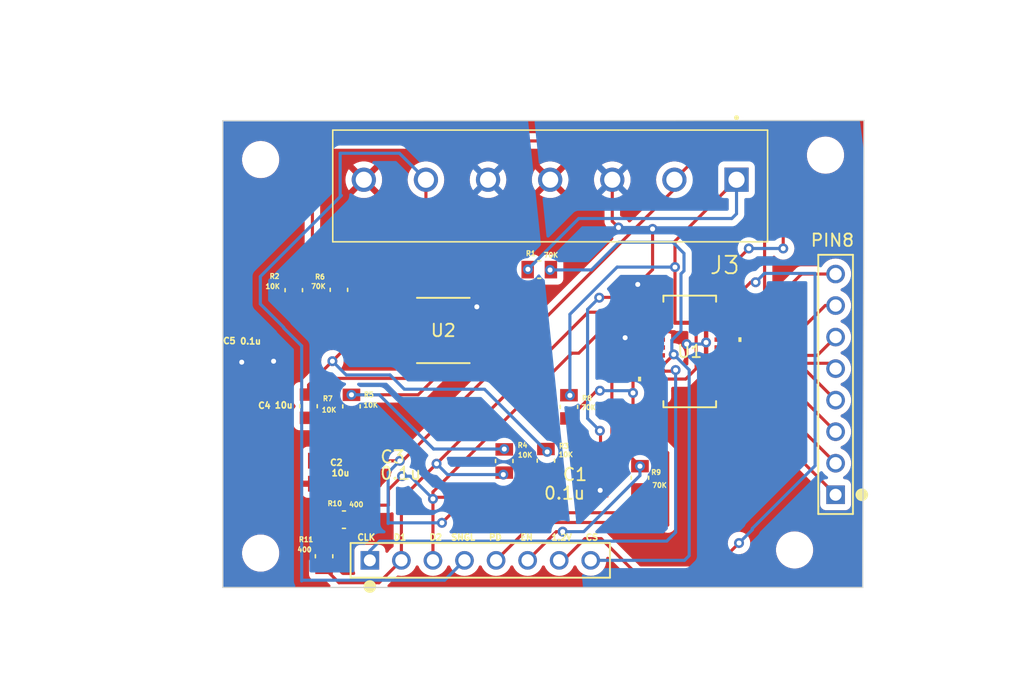
<source format=kicad_pcb>
(kicad_pcb (version 20221018) (generator pcbnew)
  (layers (0 "F.Cu" signal) (31 "B.Cu" signal) (34 "B.Paste" user) (35 "F.Paste" user) (36 "B.SilkS" user "B.Silkscreen") (37 "F.SilkS" user "F.Silkscreen") (38 "B.Mask" user) (39 "F.Mask" user) (44 "Edge.Cuts" user))
  (net 0 "")
  (net 1 "Net-(U1-CREF)")
  (net 2 "/3V3")
  (net 3 "GND")
  (net 4 "Net-(J1-Pin_1)")
  (net 5 "Net-(J1-Pin_2)")
  (net 6 "Net-(J1-Pin_3)")
  (net 7 "Net-(J1-Pin_4)")
  (net 8 "Net-(J1-Pin_5)")
  (net 9 "Net-(J1-Pin_6)")
  (net 10 "Net-(J1-Pin_7)")
  (net 11 "Net-(J1-Pin_8)")
  (net 12 "/CLK")
  (net 13 "/DAC_Vout1")
  (net 14 "/DAC_Vout2")
  (net 15 "SNGL_OUT")
  (net 16 "/PD")
  (net 17 "/DACEN")
  (net 18 "/1.2V_REF")
  (net 19 "/CHIP_SELECT_N")
  (net 20 "/DGND")
  (net 21 "/D3V3")
  (net 22 "/5V")
  (net 23 "Net-(U1-REFR)")
  (net 24 "Net-(U2--1)")
  (net 25 "Net-(U2--2)")
  (net 26 "Net-(U2-OUT2)")
  (footprint "MountingHole:MountingHole_2.5mm" (layer "F.Cu") (at 169.4434 73.6854)
    (fp_text reference "H1" hide)
    (fp_text value "MountingHole" hide)
    (pad "" np_thru_hole circle (at 0 0) (size 2.5 2.5) (drill 2.5) (layers "*.Cu" "*.Mask"))
  )
  (footprint "Footprints:Cap0805" (layer "F.Cu") (at 122.4534 91.2114 -90)
    (fp_text reference "C5" (at -2.5654 0.9906 unlocked) (layer "F.SilkS") (effects (font (size 0.5 0.5) (thickness 0.125))))
    (fp_text value "0.1u" (at -2.54 -0.7112 unlocked) (layer "F.SilkS") (effects (font (size 0.5 0.5) (thickness 0.125))))
    (pad "1" smd rect (at -0.9271 0 270) (size 1.27 1.27) (layers "F.Cu" "F.Paste" "F.Mask") (net 22 "/5V"))
    (pad "2" smd rect (at 0.9271 0 270) (size 1.27 1.27) (layers "F.Cu" "F.Paste" "F.Mask") (net 3 "GND"))
    (zone (net 0) (net_name "") (layer "F.Cu") (connect_pads (clearance 0)) (min_thickness 0.254)
      (keepout (tracks not_allowed) (vias not_allowed) (pads allowed) (copperpour not_allowed) (footprints allowed))
      (fill (thermal_gap 0.508) (thermal_bridge_width 0.508))
      (polygon (pts (xy 123.0122 90.9701) (xy 123.0122 91.4527) (xy 121.8946 91.4527) (xy 121.8946 90.9701)))
    )
  )
  (footprint "Footprints:21-0055H_24-M" (layer "F.Cu") (at 158.51505 89.4969)
    (fp_text reference "U1" (at 0 0 unlocked) (layer "F.SilkS"))
    (fp_text value "MAX5187BEEG+")
    (fp_line (start -2.1209 -4.4958) (end -2.1209 -4.00304) (stroke (width 0.1524)) (layer "F.SilkS"))
    (fp_line (start -2.1209 4.00304) (end -2.1209 4.4958) (stroke (width 0.1524)) (layer "F.SilkS"))
    (fp_line (start -2.1209 4.4958) (end 2.1209 4.4958) (stroke (width 0.1524)) (layer "F.SilkS"))
    (fp_line (start 2.1209 -4.4958) (end -2.1209 -4.4958) (stroke (width 0.1524)) (layer "F.SilkS"))
    (fp_line (start 2.1209 -4.00304) (end 2.1209 -4.4958) (stroke (width 0.1524)) (layer "F.SilkS"))
    (fp_line (start 2.1209 4.4958) (end 2.1209 4.00304) (stroke (width 0.1524)) (layer "F.SilkS"))
    (fp_poly (pts (xy -4.1656 2.032) (xy -4.1656 2.413) (xy -3.9116 2.413) (xy -3.9116 2.032)) (fill solid) (layer "F.SilkS"))
    (fp_poly (pts (xy 4.1656 -1.143) (xy 4.1656 -0.762) (xy 3.9116 -0.762) (xy 3.9116 -1.143)) (fill solid) (layer "F.SilkS"))
    (pad "1" smd rect (at -2.82575 -3.4925) (size 1.6637 0.3556) (layers "F.Cu" "F.Paste" "F.Mask") (net 1 "Net-(U1-CREF)"))
    (pad "2" smd rect (at -2.82575 -2.8575) (size 1.6637 0.3556) (layers "F.Cu" "F.Paste" "F.Mask") (net 13 "/DAC_Vout1"))
    (pad "3" smd rect (at -2.82575 -2.2225) (size 1.6637 0.3556) (layers "F.Cu" "F.Paste" "F.Mask") (net 14 "/DAC_Vout2"))
    (pad "4" smd rect (at -2.82575 -1.5875) (size 1.6637 0.3556) (layers "F.Cu" "F.Paste" "F.Mask") (net 3 "GND"))
    (pad "5" smd rect (at -2.82575 -0.9525) (size 1.6637 0.3556) (layers "F.Cu" "F.Paste" "F.Mask") (net 2 "/3V3"))
    (pad "6" smd rect (at -2.82575 -0.3175) (size 1.6637 0.3556) (layers "F.Cu" "F.Paste" "F.Mask") (net 17 "/DACEN"))
    (pad "7" smd rect (at -2.82575 0.3175) (size 1.6637 0.3556) (layers "F.Cu" "F.Paste" "F.Mask") (net 16 "/PD"))
    (pad "8" smd rect (at -2.82575 0.9525) (size 1.6637 0.3556) (layers "F.Cu" "F.Paste" "F.Mask") (net 19 "/CHIP_SELECT_N"))
    (pad "9" smd rect (at -2.82575 1.5875) (size 1.6637 0.3556) (layers "F.Cu" "F.Paste" "F.Mask") (net 12 "/CLK"))
    (pad "10" smd rect (at -2.82575 2.2225) (size 1.6637 0.3556) (layers "F.Cu" "F.Paste" "F.Mask") (net 20 "/DGND"))
    (pad "11" smd rect (at -2.82575 2.8575) (size 1.6637 0.3556) (layers "F.Cu" "F.Paste" "F.Mask") (net 20 "/DGND"))
    (pad "12" smd rect (at -2.82575 3.4925) (size 1.6637 0.3556) (layers "F.Cu" "F.Paste" "F.Mask") (net 20 "/DGND"))
    (pad "13" smd rect (at 2.82575 3.4925) (size 1.6637 0.3556) (layers "F.Cu" "F.Paste" "F.Mask") (net 4 "Net-(J1-Pin_1)"))
    (pad "14" smd rect (at 2.82575 2.8575) (size 1.6637 0.3556) (layers "F.Cu" "F.Paste" "F.Mask") (net 5 "Net-(J1-Pin_2)"))
    (pad "15" smd rect (at 2.82575 2.2225) (size 1.6637 0.3556) (layers "F.Cu" "F.Paste" "F.Mask") (net 6 "Net-(J1-Pin_3)"))
    (pad "16" smd rect (at 2.82575 1.5875) (size 1.6637 0.3556) (layers "F.Cu" "F.Paste" "F.Mask") (net 7 "Net-(J1-Pin_4)"))
    (pad "17" smd rect (at 2.82575 0.9525) (size 1.6637 0.3556) (layers "F.Cu" "F.Paste" "F.Mask") (net 8 "Net-(J1-Pin_5)"))
    (pad "18" smd rect (at 2.82575 0.3175) (size 1.6637 0.3556) (layers "F.Cu" "F.Paste" "F.Mask") (net 9 "Net-(J1-Pin_6)"))
    (pad "19" smd rect (at 2.82575 -0.3175) (size 1.6637 0.3556) (layers "F.Cu" "F.Paste" "F.Mask") (net 10 "Net-(J1-Pin_7)"))
    (pad "20" smd rect (at 2.82575 -0.9525) (size 1.6637 0.3556) (layers "F.Cu" "F.Paste" "F.Mask") (net 11 "Net-(J1-Pin_8)"))
    (pad "21" smd rect (at 2.82575 -1.5875) (size 1.6637 0.3556) (layers "F.Cu" "F.Paste" "F.Mask") (net 21 "/D3V3"))
    (pad "22" smd rect (at 2.82575 -2.2225) (size 1.6637 0.3556) (layers "F.Cu" "F.Paste" "F.Mask") (net 20 "/DGND"))
    (pad "23" smd rect (at 2.82575 -2.8575) (size 1.6637 0.3556) (layers "F.Cu" "F.Paste" "F.Mask") (net 23 "Net-(U1-REFR)"))
    (pad "24" smd rect (at 2.82575 -3.4925) (size 1.6637 0.3556) (layers "F.Cu" "F.Paste" "F.Mask") (net 18 "/1.2V_REF"))
  )
  (footprint "Footprints:RESC2012X60N" (layer "F.Cu") (at 148.7932 93.9594 90)
    (fp_text reference "R8" (at 0.6906 1.4478 180) (layer "F.SilkS") (effects (font (size 0.393701 0.393701))))
    (fp_text value "70K" (at -0.046 1.5748 180) (layer "F.SilkS") (effects (font (size 0.393701 0.393701) (thickness 0.098425))))
    (fp_line (start -0.12 -0.7) (end 0.12 -0.7) (stroke (width 0.127)) (layer "F.SilkS"))
    (fp_line (start -0.12 0.7) (end 0.12 0.7) (stroke (width 0.127)) (layer "F.SilkS"))
    (pad "1" smd rect (at -0.935 0 90) (size 1 1.42) (layers "F.Cu" "F.Paste" "F.Mask") (net 16 "/PD"))
    (pad "2" smd rect (at 0.935 0 90) (size 1 1.42) (layers "F.Cu" "F.Paste" "F.Mask") (net 20 "/DGND"))
  )
  (footprint "MountingHole:MountingHole_2.5mm" (layer "F.Cu") (at 123.9774 74.041)
    (fp_text reference "H2" hide)
    (fp_text value "MountingHole" hide)
    (pad "" np_thru_hole circle (at 0 0) (size 2.5 2.5) (drill 2.5) (layers "*.Cu" "*.Mask"))
  )
  (footprint "MountingHole:MountingHole_2.5mm" (layer "F.Cu") (at 123.9774 105.7402)
    (fp_text reference "H4" hide)
    (fp_text value "MountingHole" hide)
    (pad "" np_thru_hole circle (at 0 0) (size 2.5 2.5) (drill 2.5) (layers "*.Cu" "*.Mask"))
  )
  (footprint "Footprints:RESC2012X60N" (layer "F.Cu") (at 126.6444 84.5614 90)
    (fp_text reference "R2" (at 1.1176 -1.5494 180) (layer "F.SilkS") (effects (font (size 0.393701 0.393701))))
    (fp_text value "10K" (at 0.3048 -1.7018 180) (layer "F.SilkS") (effects (font (size 0.393701 0.393701) (thickness 0.098425))))
    (fp_line (start -0.12 -0.7) (end 0.12 -0.7) (stroke (width 0.127)) (layer "F.SilkS"))
    (fp_line (start -0.12 0.7) (end 0.12 0.7) (stroke (width 0.127)) (layer "F.SilkS"))
    (pad "1" smd rect (at -0.935 0 90) (size 1 1.42) (layers "F.Cu" "F.Paste" "F.Mask") (net 3 "GND"))
    (pad "2" smd rect (at 0.935 0 90) (size 1 1.42) (layers "F.Cu" "F.Paste" "F.Mask") (net 23 "Net-(U1-REFR)"))
  )
  (footprint "Footprints:Cap0805" (layer "F.Cu") (at 125.0442 91.2114 -90)
    (fp_text reference "C4" (at 2.6416 0.762 unlocked) (layer "F.SilkS") (effects (font (size 0.5 0.5) (thickness 0.125))))
    (fp_text value "10u" (at 2.6162 -0.7874 unlocked) (layer "F.SilkS") (effects (font (size 0.5 0.5) (thickness 0.125))))
    (pad "1" smd rect (at -0.9271 0 270) (size 1.27 1.27) (layers "F.Cu" "F.Paste" "F.Mask") (net 22 "/5V"))
    (pad "2" smd rect (at 0.9271 0 270) (size 1.27 1.27) (layers "F.Cu" "F.Paste" "F.Mask") (net 3 "GND"))
    (zone (net 0) (net_name "") (layer "F.Cu") (connect_pads (clearance 0)) (min_thickness 0.254)
      (keepout (tracks not_allowed) (vias not_allowed) (pads allowed) (copperpour not_allowed) (footprints allowed))
      (fill (thermal_gap 0.508) (thermal_bridge_width 0.508))
      (polygon (pts (xy 125.603 90.9701) (xy 125.603 91.4527) (xy 124.4854 91.4527) (xy 124.4854 90.9701)))
    )
  )
  (footprint "Footprints:Cap0805" (layer "F.Cu") (at 151.3332 99.695 -90)
    (fp_text reference "C1" (at -0.2794 2.0574 unlocked) (layer "F.SilkS"))
    (fp_text value "0.1u" (at 1.2192 2.8956 unlocked) (layer "F.SilkS"))
    (pad "1" smd rect (at -0.9271 0 270) (size 1.27 1.27) (layers "F.Cu" "F.Paste" "F.Mask") (net 1 "Net-(U1-CREF)"))
    (pad "2" smd rect (at 0.9271 0 270) (size 1.27 1.27) (layers "F.Cu" "F.Paste" "F.Mask") (net 2 "/3V3"))
    (zone (net 0) (net_name "") (layer "F.Cu") (connect_pads (clearance 0)) (min_thickness 0.254)
      (keepout (tracks not_allowed) (vias not_allowed) (pads allowed) (copperpour not_allowed) (footprints allowed))
      (fill (thermal_gap 0.508) (thermal_bridge_width 0.508))
      (polygon (pts (xy 151.892 99.4537) (xy 151.892 99.9363) (xy 150.7744 99.9363) (xy 150.7744 99.4537)))
    )
  )
  (footprint "Footprints:RESC2012X60N" (layer "F.Cu") (at 129.0828 105.9942 -90)
    (fp_text reference "R11" (at -1.3462 1.4478 180) (layer "F.SilkS") (effects (font (size 0.393701 0.393701) (thickness 0.098425))))
    (fp_text value "400" (at -0.5334 1.5748 180) (layer "F.SilkS") (effects (font (size 0.393701 0.393701) (thickness 0.098425))))
    (fp_line (start -0.12 -0.7) (end 0.12 -0.7) (stroke (width 0.127)) (layer "F.SilkS"))
    (fp_line (start -0.12 0.7) (end 0.12 0.7) (stroke (width 0.127)) (layer "F.SilkS"))
    (pad "1" smd rect (at -0.935 0 270) (size 1 1.42) (layers "F.Cu" "F.Paste" "F.Mask") (net 3 "GND"))
    (pad "2" smd rect (at 0.935 0 270) (size 1 1.42) (layers "F.Cu" "F.Paste" "F.Mask") (net 13 "/DAC_Vout1"))
  )
  (footprint "Footprints:RESC2012X60N" (layer "F.Cu") (at 131.28625 93.9244 -90)
    (fp_text reference "R5" (at -0.9446 -1.397 -180) (layer "F.SilkS") (effects (font (size 0.393701 0.393701))))
    (fp_text value "10K" (at -0.1064 -1.5494 -180) (layer "F.SilkS") (effects (font (size 0.393701 0.393701) (thickness 0.098425))))
    (fp_line (start -0.12 -0.7) (end 0.12 -0.7) (stroke (width 0.127)) (layer "F.SilkS"))
    (fp_line (start -0.12 0.7) (end 0.12 0.7) (stroke (width 0.127)) (layer "F.SilkS"))
    (pad "1" smd rect (at -0.935 0 270) (size 1 1.42) (layers "F.Cu" "F.Paste" "F.Mask") (net 25 "Net-(U2--2)"))
    (pad "2" smd rect (at 0.935 0 270) (size 1 1.42) (layers "F.Cu" "F.Paste" "F.Mask") (net 26 "Net-(U2-OUT2)"))
  )
  (footprint "Footprints:Cap0805" (layer "F.Cu") (at 128.4224 99.2251 -90)
    (fp_text reference "C2" (at -0.7747 -1.651 unlocked) (layer "F.SilkS") (effects (font (size 0.5 0.5) (thickness 0.125))))
    (fp_text value "10u" (at 0.0635 -1.9812 unlocked) (layer "F.SilkS") (effects (font (size 0.5 0.5) (thickness 0.125))))
    (pad "1" smd rect (at -0.9271 0 270) (size 1.27 1.27) (layers "F.Cu" "F.Paste" "F.Mask") (net 21 "/D3V3"))
    (pad "2" smd rect (at 0.9271 0 270) (size 1.27 1.27) (layers "F.Cu" "F.Paste" "F.Mask") (net 3 "GND"))
    (zone (net 0) (net_name "") (layer "F.Cu") (connect_pads (clearance 0)) (min_thickness 0.254)
      (keepout (tracks not_allowed) (vias not_allowed) (pads allowed) (copperpour not_allowed) (footprints allowed))
      (fill (thermal_gap 0.508) (thermal_bridge_width 0.508))
      (polygon (pts (xy 128.9812 98.9838) (xy 128.9812 99.4664) (xy 127.8636 99.4664) (xy 127.8636 98.9838)))
    )
  )
  (footprint "Footprints:CONN8_PREC008SAAN-RC_SUL" (layer "F.Cu") (at 170.2562 101.0412 90)
    (fp_text reference "PIN8" (at 20.4978 -0.254 unlocked) (layer "F.SilkS"))
    (fp_text value "Conn_01x08_Pin" hide)
    (fp_line (start -1.5494 -1.397) (end -1.5494 1.397) (stroke (width 0.1524)) (layer "F.SilkS"))
    (fp_line (start -1.5494 1.397) (end 19.3294 1.397) (stroke (width 0.1524)) (layer "F.SilkS"))
    (fp_line (start 19.3294 -1.397) (end -1.5494 -1.397) (stroke (width 0.1524)) (layer "F.SilkS"))
    (fp_line (start 19.3294 1.397) (end 19.3294 -1.397) (stroke (width 0.1524)) (layer "F.SilkS"))
    (fp_circle (center 0 2.1082) (end 0.254 2.1082) (stroke (width 0.508)) (fill none) (layer "F.SilkS"))
    (pad "1" thru_hole rect (at 0 0 90) (size 1.4986 1.4986) (drill 0.9652) (layers "*.Cu" "*.Mask") (net 4 "Net-(J1-Pin_1)"))
    (pad "2" thru_hole circle (at 2.54 0 90) (size 1.4986 1.4986) (drill 0.9906) (layers "*.Cu" "*.Mask") (net 5 "Net-(J1-Pin_2)"))
    (pad "3" thru_hole circle (at 5.08 0 90) (size 1.4986 1.4986) (drill 0.9906) (layers "*.Cu" "*.Mask") (net 6 "Net-(J1-Pin_3)"))
    (pad "4" thru_hole circle (at 7.62 0 90) (size 1.4986 1.4986) (drill 0.9906) (layers "*.Cu" "*.Mask") (net 7 "Net-(J1-Pin_4)"))
    (pad "5" thru_hole circle (at 10.16 0 90) (size 1.4986 1.4986) (drill 0.9906) (layers "*.Cu" "*.Mask") (net 8 "Net-(J1-Pin_5)"))
    (pad "6" thru_hole circle (at 12.7 0 90) (size 1.4986 1.4986) (drill 0.9906) (layers "*.Cu" "*.Mask") (net 9 "Net-(J1-Pin_6)"))
    (pad "7" thru_hole circle (at 15.24 0 90) (size 1.4986 1.4986) (drill 0.9906) (layers "*.Cu" "*.Mask") (net 10 "Net-(J1-Pin_7)"))
    (pad "8" thru_hole circle (at 17.78 0 90) (size 1.4986 1.4986) (drill 0.9906) (layers "*.Cu" "*.Mask") (net 11 "Net-(J1-Pin_8)"))
  )
  (footprint "Footprints:D8-M" (layer "F.Cu") (at 138.67765 87.8078)
    (fp_text reference "U2" (at 0 0 unlocked) (layer "F.SilkS"))
    (fp_text value "LMV358IDR")
    (fp_line (start -2.1209 2.6289) (end 2.1209 2.6289) (stroke (width 0.1524)) (layer "F.SilkS"))
    (fp_line (start 2.1209 -2.6289) (end -2.1209 -2.6289) (stroke (width 0.1524)) (layer "F.SilkS"))
    (pad "1" smd rect (at -2.82575 -1.905) (size 1.6637 0.5588) (layers "F.Cu" "F.Paste" "F.Mask") (net 15 "SNGL_OUT"))
    (pad "2" smd rect (at -2.82575 -0.635) (size 1.6637 0.5588) (layers "F.Cu" "F.Paste" "F.Mask") (net 24 "Net-(U2--1)"))
    (pad "3" smd rect (at -2.82575 0.635) (size 1.6637 0.5588) (layers "F.Cu" "F.Paste" "F.Mask") (net 3 "GND"))
    (pad "4" smd rect (at -2.82575 1.905) (size 1.6637 0.5588) (layers "F.Cu" "F.Paste" "F.Mask") (net 3 "GND"))
    (pad "5" smd rect (at 2.82575 1.905) (size 1.6637 0.5588) (layers "F.Cu" "F.Paste" "F.Mask") (net 3 "GND"))
    (pad "6" smd rect (at 2.82575 0.635) (size 1.6637 0.5588) (layers "F.Cu" "F.Paste" "F.Mask") (net 25 "Net-(U2--2)"))
    (pad "7" smd rect (at 2.82575 -0.635) (size 1.6637 0.5588) (layers "F.Cu" "F.Paste" "F.Mask") (net 26 "Net-(U2-OUT2)"))
    (pad "8" smd rect (at 2.82575 -1.905) (size 1.6637 0.5588) (layers "F.Cu" "F.Paste" "F.Mask") (net 22 "/5V"))
  )
  (footprint "Footprints:CONN8_PREC008SAAN-RC_SUL" (layer "F.Cu") (at 132.7658 106.3244)
    (fp_text reference "CLK    D1     D2  SNGL   PD    EN    1.2V   CS" (at 8.6868 -1.8542 unlocked) (layer "F.SilkS") (effects (font (size 0.5 0.5) (thickness 0.125))))
    (fp_text value "Conn_01x08_Pin" hide)
    (fp_line (start -1.5494 -1.397) (end -1.5494 1.397) (stroke (width 0.1524)) (layer "F.SilkS"))
    (fp_line (start -1.5494 1.397) (end 19.3294 1.397) (stroke (width 0.1524)) (layer "F.SilkS"))
    (fp_line (start 19.3294 -1.397) (end -1.5494 -1.397) (stroke (width 0.1524)) (layer "F.SilkS"))
    (fp_line (start 19.3294 1.397) (end 19.3294 -1.397) (stroke (width 0.1524)) (layer "F.SilkS"))
    (fp_circle (center 0 2.1082) (end 0.254 2.1082) (stroke (width 0.508)) (fill none) (layer "F.SilkS"))
    (pad "1" thru_hole rect (at 0 0) (size 1.4986 1.4986) (drill 0.9652) (layers "*.Cu" "*.Mask") (net 12 "/CLK"))
    (pad "2" thru_hole circle (at 2.54 0) (size 1.4986 1.4986) (drill 0.9906) (layers "*.Cu" "*.Mask") (net 13 "/DAC_Vout1"))
    (pad "3" thru_hole circle (at 5.08 0) (size 1.4986 1.4986) (drill 0.9906) (layers "*.Cu" "*.Mask") (net 14 "/DAC_Vout2"))
    (pad "4" thru_hole circle (at 7.62 0) (size 1.4986 1.4986) (drill 0.9906) (layers "*.Cu" "*.Mask") (net 15 "SNGL_OUT"))
    (pad "5" thru_hole circle (at 10.16 0) (size 1.4986 1.4986) (drill 0.9906) (layers "*.Cu" "*.Mask") (net 16 "/PD"))
    (pad "6" thru_hole circle (at 12.7 0) (size 1.4986 1.4986) (drill 0.9906) (layers "*.Cu" "*.Mask") (net 17 "/DACEN"))
    (pad "7" thru_hole circle (at 15.24 0) (size 1.4986 1.4986) (drill 0.9906) (layers "*.Cu" "*.Mask") (net 18 "/1.2V_REF"))
    (pad "8" thru_hole circle (at 17.78 0) (size 1.4986 1.4986) (drill 0.9906) (layers "*.Cu" "*.Mask") (net 19 "/CHIP_SELECT_N"))
  )
  (footprint "Footprints:RESC2012X60N" (layer "F.Cu") (at 127.83185 93.9086 90)
    (fp_text reference "R7" (at 0.6144 1.5494 180) (layer "F.SilkS") (effects (font (size 0.393701 0.393701))))
    (fp_text value "10K" (at -0.3 1.651 180) (layer "F.SilkS") (effects (font (size 0.393701 0.393701) (thickness 0.098425))))
    (fp_line (start -0.12 -0.7) (end 0.12 -0.7) (stroke (width 0.127)) (layer "F.SilkS"))
    (fp_line (start -0.12 0.7) (end 0.12 0.7) (stroke (width 0.127)) (layer "F.SilkS"))
    (pad "1" smd rect (at -0.935 0 90) (size 1 1.42) (layers "F.Cu" "F.Paste" "F.Mask") (net 26 "Net-(U2-OUT2)"))
    (pad "2" smd rect (at 0.935 0 90) (size 1 1.42) (layers "F.Cu" "F.Paste" "F.Mask") (net 24 "Net-(U2--1)"))
  )
  (footprint "Footprints:RESC2012X60N" (layer "F.Cu") (at 143.5862 98.3234 90)
    (fp_text reference "R4" (at 1.27 1.4732 180) (layer "F.SilkS") (effects (font (size 0.393701 0.393701))))
    (fp_text value "10K" (at 0.4826 1.6764 180) (layer "F.SilkS") (effects (font (size 0.393701 0.393701) (thickness 0.098425))))
    (fp_line (start -0.12 -0.7) (end 0.12 -0.7) (stroke (width 0.127)) (layer "F.SilkS"))
    (fp_line (start -0.12 0.7) (end 0.12 0.7) (stroke (width 0.127)) (layer "F.SilkS"))
    (pad "1" smd rect (at -0.935 0 90) (size 1 1.42) (layers "F.Cu" "F.Paste" "F.Mask") (net 13 "/DAC_Vout1"))
    (pad "2" smd rect (at 0.935 0 90) (size 1 1.42) (layers "F.Cu" "F.Paste" "F.Mask") (net 25 "Net-(U2--2)"))
  )
  (footprint "MountingHole:MountingHole_2.5mm" (layer "F.Cu") (at 166.9542 105.4862)
    (fp_text reference "H3" hide)
    (fp_text value "MountingHole" hide)
    (pad "" np_thru_hole circle (at 0 0) (size 2.5 2.5) (drill 2.5) (layers "*.Cu" "*.Mask"))
  )
  (footprint "Footprints:CUI_TB001-500-07BE" (layer "F.Cu") (at 162.2806 75.6666 180)
    (fp_text reference "J3" (at 0.945 -6.889) (layer "F.SilkS") (effects (font (size 1.4 1.4))))
    (fp_text value "Screw_Terminal_01x07" hide)
    (fp_line (start -2.5 -5) (end 32.5 -5) (stroke (width 0.127)) (layer "F.SilkS"))
    (fp_line (start -2.5 4) (end -2.5 -5) (stroke (width 0.127)) (layer "F.SilkS"))
    (fp_line (start 32.5 -5) (end 32.5 4) (stroke (width 0.127)) (layer "F.SilkS"))
    (fp_line (start 32.5 4) (end -2.5 4) (stroke (width 0.127)) (layer "F.SilkS"))
    (fp_circle (center 0 5) (end 0.1 5) (stroke (width 0.2)) (fill none) (layer "F.SilkS"))
    (pad "1" thru_hole rect (at 0 0 180) (size 1.95 1.95) (drill 1.3) (layers "*.Cu" "*.Mask") (net 20 "/DGND"))
    (pad "2" thru_hole circle (at 5 0 180) (size 1.95 1.95) (drill 1.3) (layers "*.Cu" "*.Mask") (net 21 "/D3V3"))
    (pad "3" thru_hole circle (at 10 0 180) (size 1.95 1.95) (drill 1.3) (layers "*.Cu" "*.Mask") (net 2 "/3V3"))
    (pad "4" thru_hole circle (at 15 0 180) (size 1.95 1.95) (drill 1.3) (layers "*.Cu" "*.Mask") (net 3 "GND"))
    (pad "5" thru_hole circle (at 20 0 180) (size 1.95 1.95) (drill 1.3) (layers "*.Cu" "*.Mask") (net 22 "/5V"))
    (pad "6" thru_hole circle (at 25 0 180) (size 1.95 1.95) (drill 1.3) (layers "*.Cu" "*.Mask") (net 15 "SNGL_OUT"))
    (pad "7" thru_hole circle (at 30 0 180) (size 1.95 1.95) (drill 1.3) (layers "*.Cu" "*.Mask") (net 3 "GND"))
  )
  (footprint "Footprints:RESC2012X60N" (layer "F.Cu") (at 146.4056 82.9056)
    (fp_text reference "R1" (at -0.6858 -1.3) (layer "F.SilkS") (effects (font (size 0.393701 0.393701))))
    (fp_text value "70K" (at 0.9398 -1.1684) (layer "F.SilkS") (effects (font (size 0.393701 0.393701) (thickness 0.098425))))
    (fp_line (start -0.12 -0.7) (end 0.12 -0.7) (stroke (width 0.127)) (layer "F.SilkS"))
    (fp_line (start -0.12 0.7) (end 0.12 0.7) (stroke (width 0.127)) (layer "F.SilkS"))
    (pad "1" smd rect (at -0.935 0) (size 1 1.42) (layers "F.Cu" "F.Paste" "F.Mask") (net 20 "/DGND"))
    (pad "2" smd rect (at 0.935 0) (size 1 1.42) (layers "F.Cu" "F.Paste" "F.Mask") (net 19 "/CHIP_SELECT_N"))
  )
  (footprint "Footprints:RESC2012X60N" (layer "F.Cu") (at 130.2766 84.536 90)
    (fp_text reference "R6" (at 1.0462 -1.524 180) (layer "F.SilkS") (effects (font (size 0.393701 0.393701))))
    (fp_text value "70K" (at 0.2842 -1.651 180) (layer "F.SilkS") (effects (font (size 0.393701 0.393701) (thickness 0.098425))))
    (fp_line (start -0.12 -0.7) (end 0.12 -0.7) (stroke (width 0.127)) (layer "F.SilkS"))
    (fp_line (start -0.12 0.7) (end 0.12 0.7) (stroke (width 0.127)) (layer "F.SilkS"))
    (pad "1" smd rect (at -0.935 0 90) (size 1 1.42) (layers "F.Cu" "F.Paste" "F.Mask") (net 24 "Net-(U2--1)"))
    (pad "2" smd rect (at 0.935 0 90) (size 1 1.42) (layers "F.Cu" "F.Paste" "F.Mask") (net 15 "SNGL_OUT"))
  )
  (footprint "Footprints:RESC2012X60N" (layer "F.Cu") (at 146.939 98.2932 90)
    (fp_text reference "R3" (at 1.1732 1.4478 180) (layer "F.SilkS") (effects (font (size 0.393701 0.393701))))
    (fp_text value "10K" (at 0.4874 1.6002 180) (layer "F.SilkS") (effects (font (size 0.393701 0.393701) (thickness 0.098425))))
    (fp_line (start -0.12 -0.7) (end 0.12 -0.7) (stroke (width 0.127)) (layer "F.SilkS"))
    (fp_line (start -0.12 0.7) (end 0.12 0.7) (stroke (width 0.127)) (layer "F.SilkS"))
    (pad "1" smd rect (at -0.935 0 90) (size 1 1.42) (layers "F.Cu" "F.Paste" "F.Mask") (net 14 "/DAC_Vout2"))
    (pad "2" smd rect (at 0.935 0 90) (size 1 1.42) (layers "F.Cu" "F.Paste" "F.Mask") (net 24 "Net-(U2--1)"))
  )
  (footprint "Footprints:Cap0805" (layer "F.Cu") (at 132.3721 99.2378 -90)
    (fp_text reference "C3" (at -1.2446 -2.2225 unlocked) (layer "F.SilkS"))
    (fp_text value "0.1u" (at 0.0762 -2.8829 unlocked) (layer "F.SilkS"))
    (pad "1" smd rect (at -0.9271 0 270) (size 1.27 1.27) (layers "F.Cu" "F.Paste" "F.Mask") (net 21 "/D3V3"))
    (pad "2" smd rect (at 0.9271 0 270) (size 1.27 1.27) (layers "F.Cu" "F.Paste" "F.Mask") (net 3 "GND"))
    (zone (net 0) (net_name "") (layer "F.Cu") (connect_pads (clearance 0)) (min_thickness 0.254)
      (keepout (tracks not_allowed) (vias not_allowed) (pads allowed) (copperpour not_allowed) (footprints allowed))
      (fill (thermal_gap 0.508) (thermal_bridge_width 0.508))
      (polygon (pts (xy 132.9309 98.9965) (xy 132.9309 99.4791) (xy 131.8133 99.4791) (xy 131.8133 98.9965)))
    )
  )
  (footprint "Footprints:RESC2012X60N" (layer "F.Cu") (at 154.5082 99.6744 -90)
    (fp_text reference "R9" (at -0.44 -1.3 -180) (layer "F.SilkS") (effects (font (size 0.393701 0.393701))))
    (fp_text value "70K" (at 0.6048 -1.5748 180) (layer "F.SilkS") (effects (font (size 0.393701 0.393701) (thickness 0.098425))))
    (fp_line (start -0.12 -0.7) (end 0.12 -0.7) (stroke (width 0.127)) (layer "F.SilkS"))
    (fp_line (start -0.12 0.7) (end 0.12 0.7) (stroke (width 0.127)) (layer "F.SilkS"))
    (pad "1" smd rect (at -0.935 0 270) (size 1 1.42) (layers "F.Cu" "F.Paste" "F.Mask") (net 17 "/DACEN"))
    (pad "2" smd rect (at 0.935 0 270) (size 1 1.42) (layers "F.Cu" "F.Paste" "F.Mask") (net 21 "/D3V3"))
  )
  (footprint "Footprints:RESC2012X60N" (layer "F.Cu") (at 130.683 103.0478)
    (fp_text reference "R10" (at -0.7366 -1.3) (layer "F.SilkS") (effects (font (size 0.393701 0.393701))))
    (fp_text value "400" (at 0.9906 -1.2192) (layer "F.SilkS") (effects (font (size 0.393701 0.393701) (thickness 0.098425))))
    (fp_line (start -0.12 -0.7) (end 0.12 -0.7) (stroke (width 0.127)) (layer "F.SilkS"))
    (fp_line (start -0.12 0.7) (end 0.12 0.7) (stroke (width 0.127)) (layer "F.SilkS"))
    (pad "1" smd rect (at -0.935 0) (size 1 1.42) (layers "F.Cu" "F.Paste" "F.Mask") (net 3 "GND"))
    (pad "2" smd rect (at 0.935 0) (size 1 1.42) (layers "F.Cu" "F.Paste" "F.Mask") (net 14 "/DAC_Vout2"))
  )
  (gr_line (start 120.9294 70.9168) (end 120.9294 108.5088) (stroke (width 0.1)) (layer "Edge.Cuts"))
  (gr_line (start 172.5422 70.8914) (end 120.9294 70.9168) (stroke (width 0.1)) (layer "Edge.Cuts"))
  (gr_line (start 120.9294 108.5088) (end 172.4406 108.5088) (stroke (width 0.1)) (layer "Edge.Cuts"))
  (gr_line (start 172.5422 70.8914) (end 172.4406 108.5088) (stroke (width 0.1)) (layer "Edge.Cuts"))
  (segment (start 151.3332 95.9358) (end 151.2824 95.885) (width 0.25) (layer "F.Cu") (net 1))
  (segment (start 151.257 85.1408) (end 154.8257 85.1408) (width 0.25) (layer "F.Cu") (net 1))
  (segment (start 151.3332 98.7679) (end 151.3332 95.9358) (width 0.25) (layer "F.Cu") (net 1))
  (segment (start 151.2316 85.1662) (end 151.257 85.1408) (width 0.25) (layer "F.Cu") (net 1))
  (segment (start 154.8257 85.1408) (end 155.6893 86.0044) (width 0.25) (layer "F.Cu") (net 1))
  (via (at 151.2824 95.885) (size 0.8) (drill 0.4) (layers "F.Cu" "B.Cu") (net 1))
  (via (at 151.2316 85.1662) (size 0.8) (drill 0.4) (layers "F.Cu" "B.Cu") (net 1))
  (segment (start 151.2316 85.1662) (end 150.2918 86.106) (width 0.25) (layer "B.Cu") (net 1))
  (segment (start 150.2918 94.8944) (end 151.2824 95.885) (width 0.25) (layer "B.Cu") (net 1))
  (segment (start 150.2918 86.106) (end 150.2918 94.8944) (width 0.25) (layer "B.Cu") (net 1))
  (segment (start 153.4668 88.5444) (end 153.3144 88.392) (width 0.25) (layer "F.Cu") (net 2))
  (segment (start 152.2806 75.6666) (end 152.2806 79.0149) (width 0.25) (layer "F.Cu") (net 2))
  (segment (start 152.2806 79.0149) (end 152.781 79.5153) (width 0.25) (layer "F.Cu") (net 2))
  (segment (start 155.5242 82.9056) (end 154.3304 84.0994) (width 0.25) (layer "F.Cu") (net 2))
  (segment (start 155.6893 88.5444) (end 153.4668 88.5444) (width 0.25) (layer "F.Cu") (net 2))
  (segment (start 155.5242 79.629) (end 155.5242 82.9056) (width 0.25) (layer "F.Cu") (net 2))
  (via (at 153.3144 88.392) (size 0.8) (drill 0.4) (layers "F.Cu" "B.Cu") (net 2))
  (via (at 154.3304 84.0994) (size 0.8) (drill 0.4) (layers "F.Cu" "B.Cu") (net 2))
  (via (at 155.5242 79.629) (size 0.8) (drill 0.4) (layers "F.Cu" "B.Cu") (net 2))
  (via (at 151.3078 100.6856) (size 0.8) (drill 0.4) (layers "F.Cu" "B.Cu") (net 2))
  (via (at 152.781 79.5153) (size 0.8) (drill 0.4) (layers "F.Cu" "B.Cu") (net 2))
  (segment (start 152.781 79.5153) (end 155.4105 79.5153) (width 0.25) (layer "B.Cu") (net 2))
  (segment (start 155.4105 79.5153) (end 155.5242 79.629) (width 0.25) (layer "B.Cu") (net 2))
  (segment (start 132.4356 100.2284) (end 132.3594 100.1522) (width 0.25) (layer "F.Cu") (net 3))
  (segment (start 157.2768 87.9094) (end 158.2674 88.9) (width 0.25) (layer "F.Cu") (net 3))
  (segment (start 132.3594 100.1522) (end 128.4224 100.1522) (width 0.25) (layer "F.Cu") (net 3))
  (segment (start 155.6893 87.9094) (end 157.2768 87.9094) (width 0.25) (layer "F.Cu") (net 3))
  (via (at 159.8301 88.773) (size 0.8) (drill 0.4) (layers "F.Cu" "B.Cu") (net 3))
  (via (at 158.2674 88.9) (size 0.8) (drill 0.4) (layers "F.Cu" "B.Cu") (net 3))
  (segment (start 159.7031 88.9) (end 159.8301 88.773) (width 0.25) (layer "B.Cu") (net 3))
  (segment (start 158.2674 88.9) (end 159.7031 88.9) (width 0.25) (layer "B.Cu") (net 3))
  (segment (start 161.3408 92.9894) (end 162.2044 92.9894) (width 0.25) (layer "F.Cu") (net 4))
  (segment (start 162.2044 92.9894) (end 170.2562 101.0412) (width 0.25) (layer "F.Cu") (net 4))
  (segment (start 164.1094 92.3544) (end 170.2562 98.5012) (width 0.25) (layer "F.Cu") (net 5))
  (segment (start 161.3408 92.3544) (end 164.1094 92.3544) (width 0.25) (layer "F.Cu") (net 5))
  (segment (start 166.0144 91.7194) (end 170.2562 95.9612) (width 0.25) (layer "F.Cu") (net 6))
  (segment (start 161.3408 91.7194) (end 166.0144 91.7194) (width 0.25) (layer "F.Cu") (net 6))
  (segment (start 167.9194 91.0844) (end 170.2562 93.4212) (width 0.25) (layer "F.Cu") (net 7))
  (segment (start 161.3408 91.0844) (end 167.9194 91.0844) (width 0.25) (layer "F.Cu") (net 7))
  (segment (start 169.8244 90.4494) (end 170.2562 90.8812) (width 0.25) (layer "F.Cu") (net 8))
  (segment (start 161.3408 90.4494) (end 169.8244 90.4494) (width 0.25) (layer "F.Cu") (net 8))
  (segment (start 168.783 89.8144) (end 170.2562 88.3412) (width 0.25) (layer "F.Cu") (net 9))
  (segment (start 161.3408 89.8144) (end 168.783 89.8144) (width 0.25) (layer "F.Cu") (net 9))
  (segment (start 162.561396 88.8492) (end 166.37 88.8492) (width 0.25) (layer "F.Cu") (net 10))
  (segment (start 161.3408 89.1794) (end 162.231196 89.1794) (width 0.25) (layer "F.Cu") (net 10))
  (segment (start 169.418 85.8012) (end 170.2562 85.8012) (width 0.25) (layer "F.Cu") (net 10))
  (segment (start 166.37 88.8492) (end 169.418 85.8012) (width 0.25) (layer "F.Cu") (net 10))
  (segment (start 162.231196 89.1794) (end 162.561396 88.8492) (width 0.25) (layer "F.Cu") (net 10))
  (segment (start 162.2298 88.5444) (end 167.513 83.2612) (width 0.25) (layer "F.Cu") (net 11))
  (segment (start 167.513 83.2612) (end 170.2562 83.2612) (width 0.25) (layer "F.Cu") (net 11))
  (segment (start 161.3408 88.5444) (end 162.2298 88.5444) (width 0.25) (layer "F.Cu") (net 11))
  (segment (start 157.2889 91.0844) (end 157.3784 90.9949) (width 0.25) (layer "F.Cu") (net 12))
  (segment (start 155.6893 91.0844) (end 157.2889 91.0844) (width 0.25) (layer "F.Cu") (net 12))
  (via (at 157.3784 90.9949) (size 0.8) (drill 0.4) (layers "F.Cu" "B.Cu") (net 12))
  (segment (start 156.6672 104.775) (end 133.5532 104.775) (width 0.25) (layer "B.Cu") (net 12))
  (segment (start 157.3784 104.0638) (end 156.6672 104.775) (width 0.25) (layer "B.Cu") (net 12))
  (segment (start 133.5532 104.775) (end 132.7658 105.5624) (width 0.25) (layer "B.Cu") (net 12))
  (segment (start 157.3784 90.9949) (end 157.3784 104.0638) (width 0.25) (layer "B.Cu") (net 12))
  (segment (start 132.7658 105.5624) (end 132.7658 106.3244) (width 0.25) (layer "B.Cu") (net 12))
  (segment (start 150.3426 86.3346) (end 138.1379 98.5393) (width 0.25) (layer "F.Cu") (net 13))
  (segment (start 130.2814 108.1278) (end 129.0622 106.9086) (width 0.25) (layer "F.Cu") (net 13))
  (segment (start 155.6893 86.6394) (end 154.85503 86.6394) (width 0.25) (layer "F.Cu") (net 13))
  (segment (start 143.5862 99.3394) (end 143.51 99.4156) (width 0.25) (layer "F.Cu") (net 13))
  (segment (start 143.5862 99.2584) (end 143.5862 99.3394) (width 0.25) (layer "F.Cu") (net 13))
  (segment (start 154.55023 86.3346) (end 150.3426 86.3346) (width 0.25) (layer "F.Cu") (net 13))
  (segment (start 135.3058 101.3714) (end 135.3058 106.3244) (width 0.25) (layer "F.Cu") (net 13))
  (segment (start 154.85503 86.6394) (end 154.55023 86.3346) (width 0.25) (layer "F.Cu") (net 13))
  (segment (start 135.3058 106.3244) (end 133.5024 108.1278) (width 0.25) (layer "F.Cu") (net 13))
  (segment (start 138.1379 98.5393) (end 135.3058 101.3714) (width 0.25) (layer "F.Cu") (net 13))
  (segment (start 133.5024 108.1278) (end 130.2814 108.1278) (width 0.25) (layer "F.Cu") (net 13))
  (via (at 143.51 99.4156) (size 0.8) (drill 0.4) (layers "F.Cu" "B.Cu") (net 13))
  (via (at 138.1379 98.5393) (size 0.8) (drill 0.4) (layers "F.Cu" "B.Cu") (net 13))
  (segment (start 139.0142 99.4156) (end 138.1379 98.5393) (width 0.25) (layer "B.Cu") (net 13))
  (segment (start 143.51 99.4156) (end 139.0142 99.4156) (width 0.25) (layer "B.Cu") (net 13))
  (segment (start 137.9728 101.2444) (end 137.8458 101.3714) (width 0.25) (layer "F.Cu") (net 14))
  (segment (start 134.2644 101.8794) (end 134.2644 100.6348) (width 0.25) (layer "F.Cu") (net 14))
  (segment (start 145.0848 101.2444) (end 137.9728 101.2444) (width 0.25) (layer "F.Cu") (net 14))
  (segment (start 132.7864 101.8794) (end 134.2644 101.8794) (width 0.25) (layer "F.Cu") (net 14))
  (segment (start 146.939 99.2282) (end 145.0848 101.0824) (width 0.25) (layer "F.Cu") (net 14))
  (segment (start 131.618 103.0478) (end 132.7864 101.8794) (width 0.25) (layer "F.Cu") (net 14))
  (segment (start 155.6893 87.2744) (end 151.9428 87.2744) (width 0.25) (layer "F.Cu") (net 14))
  (segment (start 149.0218 89.6366) (end 137.8458 100.8126) (width 0.25) (layer "F.Cu") (net 14))
  (segment (start 137.8458 101.3714) (end 137.8458 106.3244) (width 0.25) (layer "F.Cu") (net 14))
  (segment (start 137.8458 100.8126) (end 137.8458 101.3714) (width 0.25) (layer "F.Cu") (net 14))
  (segment (start 149.5806 89.6366) (end 149.0218 89.6366) (width 0.25) (layer "F.Cu") (net 14))
  (segment (start 145.0848 101.0824) (end 145.0848 101.2444) (width 0.25) (layer "F.Cu") (net 14))
  (segment (start 134.2644 100.6348) (end 135.3566 99.5426) (width 0.25) (layer "F.Cu") (net 14))
  (segment (start 151.9428 87.2744) (end 149.5806 89.6366) (width 0.25) (layer "F.Cu") (net 14))
  (via (at 135.3566 99.5426) (size 0.8) (drill 0.4) (layers "F.Cu" "B.Cu") (net 14))
  (via (at 137.8458 101.3714) (size 0.8) (drill 0.4) (layers "F.Cu" "B.Cu") (net 14))
  (segment (start 135.3566 99.5426) (end 136.017 99.5426) (width 0.25) (layer "B.Cu") (net 14))
  (segment (start 136.017 99.5426) (end 137.8458 101.3714) (width 0.25) (layer "B.Cu") (net 14))
  (segment (start 137.2806 84.4741) (end 135.8519 85.9028) (width 0.25) (layer "F.Cu") (net 15))
  (segment (start 137.2806 75.6666) (end 137.2806 83.1088) (width 0.25) (layer "F.Cu") (net 15))
  (segment (start 136.7884 83.601) (end 137.2806 83.1088) (width 0.25) (layer "F.Cu") (net 15))
  (segment (start 137.2806 83.1088) (end 137.2806 84.4741) (width 0.25) (layer "F.Cu") (net 15))
  (segment (start 130.2766 83.601) (end 136.7884 83.601) (width 0.25) (layer "F.Cu") (net 15))
  (segment (start 140.3858 106.3244) (end 138.7856 107.9246) (width 0.25) (layer "B.Cu") (net 15))
  (segment (start 127.3302 107.9246) (end 127.2794 107.9754) (width 0.25) (layer "B.Cu") (net 15))
  (segment (start 125.8432 87.5654) (end 123.952 85.6742) (width 0.25) (layer "B.Cu") (net 15))
  (segment (start 123.952 83.4644) (end 130.4798 76.9366) (width 0.25) (layer "B.Cu") (net 15))
  (segment (start 127.2794 89.0524) (end 125.8178 87.5908) (width 0.25) (layer "B.Cu") (net 15))
  (segment (start 130.3782 76.962) (end 130.3782 73.533) (width 0.25) (layer "B.Cu") (net 15))
  (segment (start 138.7856 107.9246) (end 127.3302 107.9246) (width 0.25) (layer "B.Cu") (net 15))
  (segment (start 127.2794 107.9754) (end 127.2794 89.0524) (width 0.25) (layer "B.Cu") (net 15))
  (segment (start 123.952 85.6742) (end 123.952 83.4644) (width 0.25) (layer "B.Cu") (net 15))
  (segment (start 135.147 73.533) (end 137.2806 75.6666) (width 0.25) (layer "B.Cu") (net 15))
  (segment (start 130.3782 73.533) (end 135.147 73.533) (width 0.25) (layer "B.Cu") (net 15))
  (segment (start 156.7434 97.663) (end 156.7434 103.4796) (width 0.25) (layer "F.Cu") (net 16))
  (segment (start 156.5402 103.2764) (end 145.9738 103.2764) (width 0.25) (layer "F.Cu") (net 16))
  (segment (start 156.7434 103.4796) (end 156.5402 103.2764) (width 0.25) (layer "F.Cu") (net 16))
  (segment (start 145.9738 103.2764) (end 142.9258 106.3244) (width 0.25) (layer "F.Cu") (net 16))
  (segment (start 154.85503 89.8144) (end 153.9494 90.72003) (width 0.25) (layer "F.Cu") (net 16))
  (segment (start 153.9494 94.996) (end 154.0764 94.996) (width 0.25) (layer "F.Cu") (net 16))
  (segment (start 154.0764 94.996) (end 156.7434 97.663) (width 0.25) (layer "F.Cu") (net 16))
  (segment (start 148.7932 94.8944) (end 151.0284 92.6592) (width 0.25) (layer "F.Cu") (net 16))
  (segment (start 153.9494 92.837) (end 153.9494 94.996) (width 0.25) (layer "F.Cu") (net 16))
  (segment (start 151.0284 92.6592) (end 151.2824 92.6592) (width 0.25) (layer "F.Cu") (net 16))
  (segment (start 155.6893 89.8144) (end 154.85503 89.8144) (width 0.25) (layer "F.Cu") (net 16))
  (segment (start 153.9494 90.72003) (end 153.9494 92.837) (width 0.25) (layer "F.Cu") (net 16))
  (via (at 153.9494 92.837) (size 0.8) (drill 0.4) (layers "F.Cu" "B.Cu") (net 16))
  (via (at 151.2824 92.6592) (size 0.8) (drill 0.4) (layers "F.Cu" "B.Cu") (net 16))
  (segment (start 151.2824 92.6592) (end 153.7716 92.6592) (width 0.25) (layer "B.Cu") (net 16))
  (segment (start 153.7716 92.6592) (end 153.9494 92.837) (width 0.25) (layer "B.Cu") (net 16))
  (segment (start 152.2476 96.4788) (end 152.2476 90.805) (width 0.25) (layer "F.Cu") (net 17))
  (segment (start 145.4658 106.3244) (end 147.7772 104.013) (width 0.25) (layer "F.Cu") (net 17))
  (segment (start 152.2476 90.805) (end 153.8732 89.1794) (width 0.25) (layer "F.Cu") (net 17))
  (segment (start 153.8732 89.1794) (end 155.6893 89.1794) (width 0.25) (layer "F.Cu") (net 17))
  (segment (start 154.5082 98.7394) (end 152.2476 96.4788) (width 0.25) (layer "F.Cu") (net 17))
  (segment (start 147.7772 104.013) (end 148.2852 104.013) (width 0.25) (layer "F.Cu") (net 17))
  (via (at 154.5082 98.7394) (size 0.8) (drill 0.4) (layers "F.Cu" "B.Cu") (net 17))
  (via (at 148.2852 104.013) (size 0.8) (drill 0.4) (layers "F.Cu" "B.Cu") (net 17))
  (segment (start 148.2852 104.013) (end 149.987 104.013) (width 0.25) (layer "B.Cu") (net 17))
  (segment (start 149.987 104.013) (end 154.5082 99.4918) (width 0.25) (layer "B.Cu") (net 17))
  (segment (start 154.5082 99.4918) (end 154.5082 98.7394) (width 0.25) (layer "B.Cu") (net 17))
  (segment (start 163.4236 83.9216) (end 163.8167 83.9216) (width 0.25) (layer "F.Cu") (net 18))
  (segment (start 151.384 104.5718) (end 150.0886 104.5718) (width 0.25) (layer "F.Cu") (net 18))
  (segment (start 148.336 106.3244) (end 148.0058 106.3244) (width 0.25) (layer "F.Cu") (net 18))
  (segment (start 162.4838 104.9274) (end 159.9692 107.442) (width 0.25) (layer "F.Cu") (net 18))
  (segment (start 161.3408 86.0044) (end 163.4236 83.9216) (width 0.25) (layer "F.Cu") (net 18))
  (segment (start 154.2542 107.442) (end 151.384 104.5718) (width 0.25) (layer "F.Cu") (net 18))
  (segment (start 150.0886 104.5718) (end 148.336 106.3244) (width 0.25) (layer "F.Cu") (net 18))
  (segment (start 159.9692 107.442) (end 154.2542 107.442) (width 0.25) (layer "F.Cu") (net 18))
  (via (at 163.8167 83.9216) (size 0.8) (drill 0.4) (layers "F.Cu" "B.Cu") (net 18))
  (via (at 162.4838 104.9274) (size 0.8) (drill 0.4) (layers "F.Cu" "B.Cu") (net 18))
  (segment (start 162.4838 104.9274) (end 163.5506 103.8606) (width 0.25) (layer "B.Cu") (net 18))
  (segment (start 168.6052 98.7044) (end 168.6052 83.2104) (width 0.25) (layer "B.Cu") (net 18))
  (segment (start 168.6052 83.2104) (end 164.5279 83.2104) (width 0.25) (layer "B.Cu") (net 18))
  (segment (start 163.5506 103.759) (end 168.6052 98.7044) (width 0.25) (layer "B.Cu") (net 18))
  (segment (start 164.5279 83.2104) (end 163.8167 83.9216) (width 0.25) (layer "B.Cu") (net 18))
  (segment (start 163.5506 103.8606) (end 163.5506 103.759) (width 0.25) (layer "B.Cu") (net 18))
  (segment (start 155.6893 90.4494) (end 156.52357 90.4494) (width 0.25) (layer "F.Cu") (net 19))
  (segment (start 156.52357 90.4494) (end 157.226 89.74697) (width 0.25) (layer "F.Cu") (net 19))
  (segment (start 157.226 89.74697) (end 157.226 89.7382) (width 0.25) (layer "F.Cu") (net 19))
  (segment (start 147.2946 82.9056) (end 147.2692 82.931) (width 0.25) (layer "F.Cu") (net 19))
  (segment (start 147.3406 82.9056) (end 147.2946 82.9056) (width 0.25) (layer "F.Cu") (net 19))
  (via (at 157.226 89.7382) (size 0.8) (drill 0.4) (layers "F.Cu" "B.Cu") (net 19))
  (via (at 147.2692 82.931) (size 0.8) (drill 0.4) (layers "F.Cu" "B.Cu") (net 19))
  (segment (start 152.8318 80.6958) (end 157.1498 80.6958) (width 0.25) (layer "B.Cu") (net 19))
  (segment (start 150.5966 82.931) (end 152.8318 80.6958) (width 0.25) (layer "B.Cu") (net 19))
  (segment (start 157.8102 83.245105) (end 157.8102 87.849295) (width 0.25) (layer "B.Cu") (net 19))
  (segment (start 157.0736 88.585895) (end 157.0736 89.5858) (width 0.25) (layer "B.Cu") (net 19))
  (segment (start 158.0526 81.5986) (end 158.0526 83.002705) (width 0.25) (layer "B.Cu") (net 19))
  (segment (start 158.0526 83.002705) (end 157.8102 83.245105) (width 0.25) (layer "B.Cu") (net 19))
  (segment (start 158.4706 90.9828) (end 158.4706 105.9456) (width 0.25) (layer "B.Cu") (net 19))
  (segment (start 158.0918 106.3244) (end 150.5458 106.3244) (width 0.25) (layer "B.Cu") (net 19))
  (segment (start 157.8102 87.849295) (end 157.0736 88.585895) (width 0.25) (layer "B.Cu") (net 19))
  (segment (start 158.4706 105.9456) (end 158.0918 106.3244) (width 0.25) (layer "B.Cu") (net 19))
  (segment (start 147.2692 82.931) (end 150.5966 82.931) (width 0.25) (layer "B.Cu") (net 19))
  (segment (start 157.226 89.7382) (end 158.4706 90.9828) (width 0.25) (layer "B.Cu") (net 19))
  (segment (start 157.0736 89.5858) (end 157.226 89.7382) (width 0.25) (layer "B.Cu") (net 19))
  (segment (start 157.1498 80.6958) (end 158.0526 81.5986) (width 0.25) (layer "B.Cu") (net 19))
  (segment (start 158.7754 87.2236) (end 157.3276 87.2236) (width 0.25) (layer "F.Cu") (net 20))
  (segment (start 157.4038 87.1474) (end 157.3276 87.2236) (width 0.25) (layer "F.Cu") (net 20))
  (segment (start 155.6893 92.3544) (end 155.6893 92.9894) (width 0.25) (layer "F.Cu") (net 20))
  (segment (start 157.3276 87.2236) (end 157.3276 82.7024) (width 0.25) (layer "F.Cu") (net 20))
  (segment (start 159.0294 90.8812) (end 159.0294 87.4776) (width 0.25) (layer "F.Cu") (net 20))
  (segment (start 155.6893 91.7194) (end 158.1912 91.7194) (width 0.25) (layer "F.Cu") (net 20))
  (segment (start 161.3408 87.2744) (end 161.2138 87.1474) (width 0.25) (layer "F.Cu") (net 20))
  (segment (start 157.3276 82.7024) (end 157.3276 80.6196) (width 0.25) (layer "F.Cu") (net 20))
  (segment (start 145.4706 82.9008) (end 145.4912 82.8802) (width 0.25) (layer "F.Cu") (net 20))
  (segment (start 155.6893 91.7194) (end 155.6893 92.3544) (width 0.25) (layer "F.Cu") (net 20))
  (segment (start 158.1912 91.7194) (end 159.0294 90.8812) (width 0.25) (layer "F.Cu") (net 20))
  (segment (start 159.0294 87.4776) (end 158.7754 87.2236) (width 0.25) (layer "F.Cu") (net 20))
  (segment (start 145.4706 82.9056) (end 145.4706 82.9008) (width 0.25) (layer "F.Cu") (net 20))
  (segment (start 157.3276 80.6196) (end 162.2806 75.6666) (width 0.25) (layer "F.Cu") (net 20))
  (segment (start 161.2138 87.1474) (end 157.4038 87.1474) (width 0.25) (layer "F.Cu") (net 20))
  (via (at 157.3276 82.7024) (size 0.8) (drill 0.4) (layers "F.Cu" "B.Cu") (net 20))
  (via (at 148.8694 93.0402) (size 0.8) (drill 0.4) (layers "F.Cu" "B.Cu") (net 20))
  (via (at 145.4912 82.8802) (size 0.8) (drill 0.4) (layers "F.Cu" "B.Cu") (net 20))
  (segment (start 148.8694 93.0402) (end 148.8694 86.503095) (width 0.25) (layer "B.Cu") (net 20))
  (segment (start 145.4912 82.8802) (end 149.5806 78.7908) (width 0.25) (layer "B.Cu") (net 20))
  (segment (start 148.8694 86.503095) (end 152.670095 82.7024) (width 0.25) (layer "B.Cu") (net 20))
  (segment (start 161.8996 78.7908) (end 162.2806 78.4098) (width 0.25) (layer "B.Cu") (net 20))
  (segment (start 149.5806 78.7908) (end 161.8996 78.7908) (width 0.25) (layer "B.Cu") (net 20))
  (segment (start 152.670095 82.7024) (end 157.3276 82.7024) (width 0.25) (layer "B.Cu") (net 20))
  (segment (start 162.2806 78.4098) (end 162.2806 75.6666) (width 0.25) (layer "B.Cu") (net 20))
  (segment (start 132.3721 98.3107) (end 135.1788 98.3107) (width 0.25) (layer "F.Cu") (net 21))
  (segment (start 159.3126 73.6346) (end 157.2806 75.6666) (width 0.25) (layer "F.Cu") (net 21))
  (segment (start 154.5082 100.6094) (end 153.8478 101.2698) (width 0.25) (layer "F.Cu") (net 21))
  (segment (start 128.4224 98.298) (end 132.3594 98.298) (width 0.25) (layer "F.Cu") (net 21))
  (segment (start 153.6954 102.489) (end 139.3831 102.489) (width 0.25) (layer "F.Cu") (net 21))
  (segment (start 164.5412 73.6346) (end 159.3126 73.6346) (width 0.25) (layer "F.Cu") (net 21))
  (segment (start 161.3408 87.9094) (end 162.17507 87.9094) (width 0.25) (layer "F.Cu") (net 21))
  (segment (start 139.3831 102.489) (end 138.5703 103.3018) (width 0.25) (layer "F.Cu") (net 21))
  (segment (start 132.3594 98.298) (end 132.3721 98.3107) (width 0.25) (layer "F.Cu") (net 21))
  (segment (start 153.8478 101.2698) (end 153.8478 102.3366) (width 0.25) (layer "F.Cu") (net 21))
  (segment (start 162.17507 87.9094) (end 164.5412 85.54327) (width 0.25) (layer "F.Cu") (net 21))
  (segment (start 135.3947 98.3107) (end 157.2806 76.4248) (width 0.25) (layer "F.Cu") (net 21))
  (segment (start 153.8478 102.3366) (end 153.6954 102.489) (width 0.25) (layer "F.Cu") (net 21))
  (segment (start 135.1788 98.3107) (end 135.3947 98.3107) (width 0.25) (layer "F.Cu") (net 21))
  (segment (start 164.5412 85.54327) (end 164.5412 73.6346) (width 0.25) (layer "F.Cu") (net 21))
  (segment (start 157.2806 76.4248) (end 157.2806 75.6666) (width 0.25) (layer "F.Cu") (net 21))
  (via (at 135.1788 98.3107) (size 0.8) (drill 0.4) (layers "F.Cu" "B.Cu") (net 21))
  (via (at 138.5703 103.3018) (size 0.8) (drill 0.4) (layers "F.Cu" "B.Cu") (net 21))
  (segment (start 134.239 99.2505) (end 135.1788 98.3107) (width 0.25) (layer "B.Cu") (net 21))
  (segment (start 134.239 103.3526) (end 134.239 99.2505) (width 0.25) (layer "B.Cu") (net 21))
  (segment (start 134.2898 103.3018) (end 134.239 103.3526) (width 0.25) (layer "B.Cu") (net 21))
  (segment (start 138.5703 103.3018) (end 134.2898 103.3018) (width 0.25) (layer "B.Cu") (net 21))
  (via (at 141.3764 85.9028) (size 0.8) (drill 0.4) (layers "F.Cu" "B.Cu") (net 22))
  (via (at 122.4534 90.3605) (size 0.8) (drill 0.4) (layers "F.Cu" "B.Cu") (net 22))
  (via (at 125.0188 90.2843) (size 0.8) (drill 0.4) (layers "F.Cu" "B.Cu") (net 22))
  (segment (start 126.6444 83.6264) (end 128.143 82.1278) (width 0.25) (layer "F.Cu") (net 23))
  (segment (start 159.7152 86.6394) (end 161.3408 86.6394) (width 0.25) (layer "F.Cu") (net 23))
  (segment (start 164.085396 72.5424) (end 164.136196 72.4916) (width 0.25) (layer "F.Cu") (net 23))
  (segment (start 160.18395 84.29105) (end 160.18395 85.10385) (width 0.25) (layer "F.Cu") (net 23))
  (segment (start 164.136196 72.4916) (end 165.8112 72.4916) (width 0.25) (layer "F.Cu") (net 23))
  (segment (start 159.6898 86.6648) (end 159.7152 86.6394) (width 0.25) (layer "F.Cu") (net 23))
  (segment (start 128.143 72.5424) (end 164.085396 72.5424) (width 0.25) (layer "F.Cu") (net 23))
  (segment (start 160.18395 85.10385) (end 159.6898 85.598) (width 0.25) (layer "F.Cu") (net 23))
  (segment (start 163.2712 81.2038) (end 160.18395 84.29105) (width 0.25) (layer "F.Cu") (net 23))
  (segment (start 165.8112 72.4916) (end 166.0398 72.7202) (width 0.25) (layer "F.Cu") (net 23))
  (segment (start 128.143 82.1278) (end 128.143 72.5424) (width 0.25) (layer "F.Cu") (net 23))
  (segment (start 159.6898 85.598) (end 159.6898 86.6648) (width 0.25) (layer "F.Cu") (net 23))
  (segment (start 166.0398 72.7202) (end 166.0398 81.2038) (width 0.25) (layer "F.Cu") (net 23))
  (via (at 163.2712 81.2038) (size 0.8) (drill 0.4) (layers "F.Cu" "B.Cu") (net 23))
  (via (at 166.0398 81.2038) (size 0.8) (drill 0.4) (layers "F.Cu" "B.Cu") (net 23))
  (segment (start 166.0398 81.2038) (end 163.2712 81.2038) (width 0.25) (layer "B.Cu") (net 23))
  (segment (start 131.15925 85.471) (end 132.86105 87.1728) (width 0.25) (layer "F.Cu") (net 24))
  (segment (start 127.83185 92.9736) (end 127.83185 92.202) (width 0.25) (layer "F.Cu") (net 24))
  (segment (start 130.2766 85.471) (end 131.15925 85.471) (width 0.25) (layer "F.Cu") (net 24))
  (segment (start 127.83185 92.202) (end 132.86105 87.1728) (width 0.25) (layer "F.Cu") (net 24))
  (segment (start 132.86105 87.1728) (end 135.8519 87.1728) (width 0.25) (layer "F.Cu") (net 24))
  (segment (start 146.939 97.4852) (end 147.0406 97.5868) (width 0.25) (layer "F.Cu") (net 24))
  (segment (start 146.939 97.3582) (end 146.939 97.4852) (width 0.25) (layer "F.Cu") (net 24))
  (via (at 129.752725 90.281125) (size 0.8) (drill 0.4) (layers "F.Cu" "B.Cu") (net 24))
  (via (at 147.0406 97.5868) (size 0.8) (drill 0.4) (layers "F.Cu" "B.Cu") (net 24))
  (segment (start 147.0406 97.5868) (end 141.9932 92.5394) (width 0.25) (layer "B.Cu") (net 24))
  (segment (start 130.8608 91.3892) (end 129.752725 90.281125) (width 0.25) (layer "B.Cu") (net 24))
  (segment (start 134.3914 91.3892) (end 130.8608 91.3892) (width 0.25) (layer "B.Cu") (net 24))
  (segment (start 135.5416 92.5394) (end 134.3914 91.3892) (width 0.25) (layer "B.Cu") (net 24))
  (segment (start 141.9932 92.5394) (end 135.5416 92.5394) (width 0.25) (layer "B.Cu") (net 24))
  (segment (start 136.65593 92.9894) (end 141.20253 88.4428) (width 0.25) (layer "F.Cu") (net 25))
  (segment (start 131.28625 92.9894) (end 136.65593 92.9894) (width 0.25) (layer "F.Cu") (net 25))
  (segment (start 141.20253 88.4428) (end 141.5034 88.4428) (width 0.25) (layer "F.Cu") (net 25))
  (segment (start 143.5862 97.3884) (end 143.5862 97.3582) (width 0.25) (layer "F.Cu") (net 25))
  (via (at 143.5862 97.3582) (size 0.8) (drill 0.4) (layers "F.Cu" "B.Cu") (net 25))
  (via (at 131.28625 92.9894) (size 0.8) (drill 0.4) (layers "F.Cu" "B.Cu") (net 25))
  (segment (start 143.5862 97.3582) (end 137.8966 97.3582) (width 0.25) (layer "B.Cu") (net 25))
  (segment (start 137.8966 97.3582) (end 133.5278 92.9894) (width 0.25) (layer "B.Cu") (net 25))
  (segment (start 133.5278 92.9894) (end 131.28625 92.9894) (width 0.25) (layer "B.Cu") (net 25))
  (segment (start 141.5034 87.1728) (end 140.50645 87.1728) (width 0.25) (layer "F.Cu") (net 26))
  (segment (start 127.83185 94.8436) (end 129.33045 94.8436) (width 0.25) (layer "F.Cu") (net 26))
  (segment (start 129.33045 92.4814) (end 129.33045 94.8436) (width 0.25) (layer "F.Cu") (net 26))
  (segment (start 129.33045 94.8436) (end 131.27045 94.8436) (width 0.25) (layer "F.Cu") (net 26))
  (segment (start 140.50645 87.1728) (end 136.01065 91.6686) (width 0.25) (layer "F.Cu") (net 26))
  (segment (start 131.27045 94.8436) (end 131.28625 94.8594) (width 0.25) (layer "F.Cu") (net 26))
  (segment (start 136.01065 91.6686) (end 130.14325 91.6686) (width 0.25) (layer "F.Cu") (net 26))
  (segment (start 130.14325 91.6686) (end 129.33045 92.4814) (width 0.25) (layer "F.Cu") (net 26))
  (zone (net 3) (net_name "GND") (layer "F.Cu") (priority 2) (connect_pads (clearance 0.5)) (min_thickness 0.25) (fill yes (thermal_gap 0.5) (thermal_bridge_width 0.5))
    (polygon (pts (xy 105.791 61.1886) (xy 172.6692 63.4238) (xy 185.42 117.0178) (xy 102.997 115.5192) (xy 105.918 61.1886)))
  )
  (zone (net 2) (net_name "/3V3") (layer "B.Cu") (connect_pads (clearance 0.5)) (min_thickness 0.25) (fill yes (thermal_gap 0.5) (thermal_bridge_width 0.5))
    (polygon (pts (xy 172.085 69.9516) (xy 177.419 110.5154) (xy 149.606 110.2868) (xy 144.8054 64.1858) (xy 172.1612 70.0024)))
  )
  (zone (net 22) (net_name "/5V") (layer "B.Cu") (priority 1) (connect_pads (clearance 0.5)) (min_thickness 0.25) (fill yes (thermal_gap 0.5) (thermal_bridge_width 0.5))
    (polygon (pts (xy 144.8054 64.1858) (xy 149.606 110.2868) (xy 112.2934 110.4646) (xy 109.728 61.9252)))
  )
)
</source>
